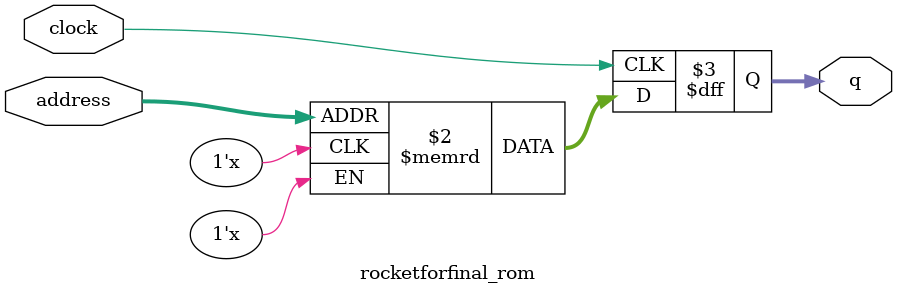
<source format=sv>
module rocketforfinal_rom (
	input logic clock,
	input logic [8:0] address,
	output logic [2:0] q
);

logic [2:0] memory [0:399] /* synthesis ram_init_file = "./rocketforfinal/rocketforfinal.mif" */;

always_ff @ (posedge clock) begin
	q <= memory[address];
end

endmodule

</source>
